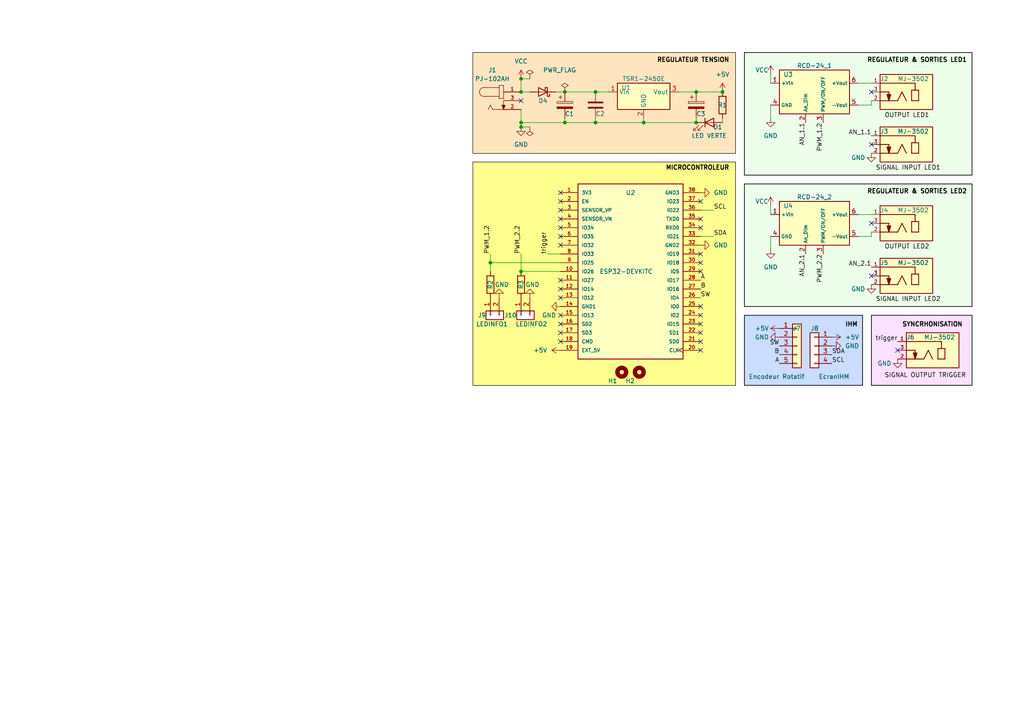
<source format=kicad_sch>
(kicad_sch (version 20230121) (generator eeschema)
  (paper "A4")
  (lib_symbols
    (symbol "Conn_01x02_1" (pin_names (offset 1.016) hide)
      (property "Reference" "J10" (at 0 1.27 90))
      (property "Value" "LEDINFO2" (at 2.54 -7.62 90))
      (symbol "Conn_01x02_1_1_1"
        (rectangle (start -1.27 -2.413) (end 0 -2.667) (stroke (width 0.1524)))
        (rectangle (start -1.27 0.127) (end 0 -0.127) (stroke (width 0.1524)))
        (rectangle (start -1.27 1.27) (end 1.27 -3.81) (stroke (width 0.254)) (fill (type color) (color 255 255 255 1)))
        (pin passive line (at -5.08 0 0) (length 3.81) (name "Pin_1") (number "1"))
        (pin passive line (at -5.08 -2.54 0) (length 3.81) (name "Pin_2") (number "2"))
      )
    )
    (symbol "Connector_Generic:Conn_01x02" (pin_names (offset 1.016) hide)
      (property "Reference" "J9" (at 0 1.27 90))
      (property "Value" "LEDINFO1" (at 2.54 -5.08 90))
      (symbol "Conn_01x02_1_1"
        (rectangle (start -1.27 -2.413) (end 0 -2.667) (stroke (width 0.1524)))
        (rectangle (start -1.27 0.127) (end 0 -0.127) (stroke (width 0.1524)))
        (rectangle (start -1.27 1.27) (end 1.27 -3.81) (stroke (width 0.254)) (fill (type color) (color 255 255 255 1)))
        (pin passive line (at -5.08 0 0) (length 3.81) (name "Pin_1") (number "1"))
        (pin passive line (at -5.08 -2.54 0) (length 3.81) (name "Pin_2") (number "2"))
      )
    )
    (symbol "Connector_Generic:Conn_01x04" (pin_names (offset 1.016) hide)
      (property "Reference" "J3" (at -1.27 5.08 0))
      (property "Value" "EcranIHM" (at -6.35 -8.89 0))
      (symbol "Conn_01x04_1_1"
        (rectangle (start -1.27 -4.953) (end 0 -5.207) (stroke (width 0.1524)))
        (rectangle (start -1.27 -2.413) (end 0 -2.667) (stroke (width 0.1524)))
        (rectangle (start -1.27 0.127) (end 0 -0.127) (stroke (width 0.1524)))
        (rectangle (start -1.27 2.667) (end 0 2.413) (stroke (width 0.1524)))
        (rectangle (start -1.27 3.81) (end 1.27 -6.35) (stroke (width 0.254)) (fill (type color) (color 255 255 255 1)))
        (pin passive line (at -5.08 2.54 0) (length 3.81) (name "Pin_1") (number "1"))
        (pin passive line (at -5.08 0 0) (length 3.81) (name "Pin_2") (number "2"))
        (pin passive line (at -5.08 -2.54 0) (length 3.81) (name "Pin_3") (number "3"))
        (pin passive line (at -5.08 -5.08 0) (length 3.81) (name "Pin_4") (number "4"))
      )
    )
    (symbol "Connector_Generic:Conn_01x05" (pin_names (offset 1.016) hide)
      (property "Reference" "J" (at 0 7.62 0))
      (property "Value" "Conn_01x05" (at 0 -7.62 0))
      (symbol "Conn_01x05_1_1"
        (rectangle (start -1.27 -4.953) (end 0 -5.207) (stroke (width 0.1524)))
        (rectangle (start -1.27 -2.413) (end 0 -2.667) (stroke (width 0.1524)))
        (rectangle (start -1.27 0.127) (end 0 -0.127) (stroke (width 0.1524)))
        (rectangle (start -1.27 2.667) (end 0 2.413) (stroke (width 0.1524)))
        (rectangle (start -1.27 5.207) (end 0 4.953) (stroke (width 0.1524)))
        (rectangle (start -1.27 6.35) (end 1.27 -6.35) (stroke (width 0.254)) (fill (type background)))
        (pin passive line (at -5.08 5.08 0) (length 3.81) (name "Pin_1") (number "1"))
        (pin passive line (at -5.08 2.54 0) (length 3.81) (name "Pin_2") (number "2"))
        (pin passive line (at -5.08 0 0) (length 3.81) (name "Pin_3") (number "3"))
        (pin passive line (at -5.08 -2.54 0) (length 3.81) (name "Pin_4") (number "4"))
        (pin passive line (at -5.08 -5.08 0) (length 3.81) (name "Pin_5") (number "5"))
      )
    )
    (symbol "Device:C" (pin_numbers hide) (pin_names (offset 0.254))
      (property "Reference" "C" (at 0.635 2.54 0))
      (property "Value" "C" (at 0.635 -2.54 0))
      (symbol "C_0_1"
        (polyline (pts (xy -2.032 -0.762) (xy 2.032 -0.762)) (stroke (width 0.508)))
        (polyline (pts (xy -2.032 0.762) (xy 2.032 0.762)) (stroke (width 0.508)))
      )
      (symbol "C_1_1"
        (pin passive line (at 0 3.81 270) (length 2.794) (name "~") (number "1"))
        (pin passive line (at 0 -3.81 90) (length 2.794) (name "~") (number "2"))
      )
    )
    (symbol "Device:C_Polarized" (pin_numbers hide) (pin_names (offset 0.254))
      (property "Reference" "C" (at 0.635 2.54 0))
      (property "Value" "C_Polarized" (at 0.635 -2.54 0))
      (symbol "C_Polarized_0_1"
        (rectangle (start -2.286 0.508) (end 2.286 1.016))
        (polyline (pts (xy -1.778 2.286) (xy -0.762 2.286)))
        (polyline (pts (xy -1.27 2.794) (xy -1.27 1.778)))
        (rectangle (start 2.286 -0.508) (end -2.286 -1.016) (fill (type outline)))
      )
      (symbol "C_Polarized_1_1"
        (pin passive line (at 0 3.81 270) (length 2.794) (name "~") (number "1"))
        (pin passive line (at 0 -3.81 90) (length 2.794) (name "~") (number "2"))
      )
    )
    (symbol "Device:D_Schottky" (pin_numbers hide) (pin_names (offset 1.016) hide)
      (property "Reference" "D" (at 0 2.54 0))
      (property "Value" "D_Schottky" (at 0 -2.54 0))
      (symbol "D_Schottky_0_1"
        (polyline (pts (xy 1.27 0) (xy -1.27 0)))
        (polyline (pts (xy 1.27 1.27) (xy 1.27 -1.27) (xy -1.27 0) (xy 1.27 1.27)) (stroke (width 0.254)))
        (polyline (pts (xy -1.905 0.635) (xy -1.905 1.27) (xy -1.27 1.27) (xy -1.27 -1.27) (xy -0.635 -1.27) (xy -0.635 -0.635)) (stroke (width 0.254)))
      )
      (symbol "D_Schottky_1_1"
        (pin passive line (at -3.81 0 0) (length 2.54) (name "K") (number "1"))
        (pin passive line (at 3.81 0 180) (length 2.54) (name "A") (number "2"))
      )
    )
    (symbol "Device:LED" (pin_numbers hide) (pin_names (offset 1.016) hide)
      (property "Reference" "D" (at 0 2.54 0))
      (property "Value" "LED" (at 0 -2.54 0))
      (symbol "LED_0_1"
        (polyline (pts (xy -1.27 -1.27) (xy -1.27 1.27)) (stroke (width 0.254)))
        (polyline (pts (xy -1.27 0) (xy 1.27 0)))
        (polyline (pts (xy 1.27 -1.27) (xy 1.27 1.27) (xy -1.27 0) (xy 1.27 -1.27)) (stroke (width 0.254)))
        (polyline (pts (xy -3.048 -0.762) (xy -4.572 -2.286) (xy -3.81 -2.286) (xy -4.572 -2.286) (xy -4.572 -1.524)))
        (polyline (pts (xy -1.778 -0.762) (xy -3.302 -2.286) (xy -2.54 -2.286) (xy -3.302 -2.286) (xy -3.302 -1.524)))
      )
      (symbol "LED_1_1"
        (pin passive line (at -3.81 0 0) (length 2.54) (name "K") (number "1"))
        (pin passive line (at 3.81 0 180) (length 2.54) (name "A") (number "2"))
      )
    )
    (symbol "Device:R" (pin_numbers hide) (pin_names (offset 0))
      (property "Reference" "R" (at 2.032 0 90))
      (property "Value" "R" (at 0 0 90))
      (symbol "R_0_1"
        (rectangle (start -1.016 -2.54) (end 1.016 2.54) (stroke (width 0.254)))
      )
      (symbol "R_1_1"
        (pin passive line (at 0 3.81 270) (length 1.27) (name "~") (number "1"))
        (pin passive line (at 0 -3.81 90) (length 1.27) (name "~") (number "2"))
      )
    )
    (symbol "ESP32-DEVKITC:ESP32-DEVKITC" (pin_names (offset 1.016))
      (property "Reference" "U" (at -15.2572 26.0643 0))
      (property "Value" "ESP32-DEVKITC" (at -15.2563 -27.9698 0))
      (symbol "ESP32-DEVKITC_0_0"
        (rectangle (start -15.24 -25.4) (end 15.24 25.4) (stroke (width 0.254)) (fill (type background)))
        (pin power_in line (at -20.32 22.86 0) (length 5.08) (name "3V3") (number "1"))
        (pin bidirectional line (at -20.32 0 0) (length 5.08) (name "IO26") (number "10"))
        (pin bidirectional line (at -20.32 -2.54 0) (length 5.08) (name "IO27") (number "11"))
        (pin bidirectional line (at -20.32 -5.08 0) (length 5.08) (name "IO14") (number "12"))
        (pin bidirectional line (at -20.32 -7.62 0) (length 5.08) (name "IO12") (number "13"))
        (pin power_in line (at -20.32 -10.16 0) (length 5.08) (name "GND1") (number "14"))
        (pin bidirectional line (at -20.32 -12.7 0) (length 5.08) (name "IO13") (number "15"))
        (pin bidirectional line (at -20.32 -15.24 0) (length 5.08) (name "SD2") (number "16"))
        (pin bidirectional line (at -20.32 -17.78 0) (length 5.08) (name "SD3") (number "17"))
        (pin bidirectional line (at -20.32 -20.32 0) (length 5.08) (name "CMD") (number "18"))
        (pin power_in line (at -20.32 -22.86 0) (length 5.08) (name "EXT_5V") (number "19"))
        (pin input line (at -20.32 20.32 0) (length 5.08) (name "EN") (number "2"))
        (pin input clock (at 20.32 -22.86 180) (length 5.08) (name "CLK") (number "20"))
        (pin bidirectional line (at 20.32 -20.32 180) (length 5.08) (name "SD0") (number "21"))
        (pin bidirectional line (at 20.32 -17.78 180) (length 5.08) (name "SD1") (number "22"))
        (pin bidirectional line (at 20.32 -15.24 180) (length 5.08) (name "IO15") (number "23"))
        (pin bidirectional line (at 20.32 -12.7 180) (length 5.08) (name "IO2") (number "24"))
        (pin bidirectional line (at 20.32 -10.16 180) (length 5.08) (name "IO0") (number "25"))
        (pin bidirectional line (at 20.32 -7.62 180) (length 5.08) (name "IO4") (number "26"))
        (pin bidirectional line (at 20.32 -5.08 180) (length 5.08) (name "IO16") (number "27"))
        (pin bidirectional line (at 20.32 -2.54 180) (length 5.08) (name "IO17") (number "28"))
        (pin bidirectional line (at 20.32 0 180) (length 5.08) (name "IO5") (number "29"))
        (pin input line (at -20.32 17.78 0) (length 5.08) (name "SENSOR_VP") (number "3"))
        (pin bidirectional line (at 20.32 2.54 180) (length 5.08) (name "IO18") (number "30"))
        (pin bidirectional line (at 20.32 5.08 180) (length 5.08) (name "IO19") (number "31"))
        (pin power_in line (at 20.32 7.62 180) (length 5.08) (name "GND2") (number "32"))
        (pin bidirectional line (at 20.32 10.16 180) (length 5.08) (name "IO21") (number "33"))
        (pin input line (at 20.32 12.7 180) (length 5.08) (name "RXD0") (number "34"))
        (pin output line (at 20.32 15.24 180) (length 5.08) (name "TXD0") (number "35"))
        (pin bidirectional line (at 20.32 17.78 180) (length 5.08) (name "IO22") (number "36"))
        (pin bidirectional line (at 20.32 20.32 180) (length 5.08) (name "IO23") (number "37"))
        (pin power_in line (at 20.32 22.86 180) (length 5.08) (name "GND3") (number "38"))
        (pin input line (at -20.32 15.24 0) (length 5.08) (name "SENSOR_VN") (number "4"))
        (pin bidirectional line (at -20.32 12.7 0) (length 5.08) (name "IO34") (number "5"))
        (pin bidirectional line (at -20.32 10.16 0) (length 5.08) (name "IO35") (number "6"))
        (pin bidirectional line (at -20.32 7.62 0) (length 5.08) (name "IO32") (number "7"))
        (pin bidirectional line (at -20.32 5.08 0) (length 5.08) (name "IO33") (number "8"))
        (pin bidirectional line (at -20.32 2.54 0) (length 5.08) (name "IO25") (number "9"))
      )
    )
    (symbol "MJ-3502:MJ-3502" (pin_names (offset 1.016))
      (property "Reference" "J" (at -7.6302 5.8498 0))
      (property "Value" "MJ-3502" (at -7.6278 -7.6278 0))
      (symbol "MJ-3502_0_0"
        (rectangle (start -7.62 -5.08) (end 7.62 5.08) (stroke (width 0.254)) (fill (type background)))
        (polyline (pts (xy -3.556 -2.54) (xy -1.524 -2.54)) (stroke (width 0.254)))
        (polyline (pts (xy -3.556 0.508) (xy -3.556 -2.54)) (stroke (width 0.254)))
        (polyline (pts (xy -2.54 0.508) (xy -3.556 0.508)) (stroke (width 0.254)))
        (polyline (pts (xy -2.54 0.508) (xy -2.54 2.54)) (stroke (width 0.254)))
        (polyline (pts (xy -2.54 2.54) (xy 7.62 2.54)) (stroke (width 0.254)))
        (polyline (pts (xy -1.524 -2.54) (xy -1.524 0.508)) (stroke (width 0.254)))
        (polyline (pts (xy -1.524 0.508) (xy -2.54 0.508)) (stroke (width 0.254)))
        (polyline (pts (xy 0 -2.54) (xy 1.27 0)) (stroke (width 0.254)))
        (polyline (pts (xy 1.27 0) (xy 2.54 -2.54)) (stroke (width 0.254)))
        (polyline (pts (xy 2.54 -2.54) (xy 5.08 -2.54)) (stroke (width 0.254)))
        (polyline (pts (xy 4.572 -0.762) (xy 5.08 -2.54)) (stroke (width 0.254)))
        (polyline (pts (xy 5.08 -2.54) (xy 5.588 -0.762)) (stroke (width 0.254)))
        (polyline (pts (xy 5.08 -2.54) (xy 7.62 -2.54)) (stroke (width 0.254)))
        (polyline (pts (xy 5.08 -0.762) (xy 4.572 -0.762)) (stroke (width 0.254)))
        (polyline (pts (xy 5.08 0) (xy 5.08 -0.762)) (stroke (width 0.254)))
        (polyline (pts (xy 5.588 -0.762) (xy 5.08 -0.762)) (stroke (width 0.254)))
        (polyline (pts (xy 7.62 0) (xy 5.08 0)) (stroke (width 0.254)))
        (polyline (pts (xy 5.588 -0.762) (xy 4.572 -0.762) (xy 5.08 -2.54) (xy 5.588 -0.762)) (stroke (width 0.254)) (fill (type outline)))
        (pin passive line (at 10.16 2.54 180) (length 2.54) (name "~") (number "1"))
        (pin passive line (at 10.16 -2.54 180) (length 2.54) (name "~") (number "2"))
        (pin passive line (at 10.16 0 180) (length 2.54) (name "~") (number "3"))
      )
    )
    (symbol "Mechanical:MountingHole" (pin_names (offset 1.016))
      (property "Reference" "H" (at 0 5.08 0))
      (property "Value" "MountingHole" (at 0 3.175 0))
      (symbol "MountingHole_0_1"
        (circle (center 0 0) (radius 1.27) (stroke (width 1.27)))
      )
    )
    (symbol "PJ-102AH:PJ-102AH" (pin_names (offset 1.016))
      (property "Reference" "J" (at -7.6258 5.0838 0))
      (property "Value" "PJ-102AH" (at -7.6296 -5.0864 0))
      (symbol "PJ-102AH_0_0"
        (arc (start -5.715 3.81) (mid -6.9795 2.54) (end -5.715 1.27) (stroke (width 0.1524)))
        (polyline (pts (xy -5.715 3.81) (xy -1.27 3.81)) (stroke (width 0.1524)))
        (polyline (pts (xy -3.81 -1.27) (xy -4.445 -2.54)) (stroke (width 0.1524)))
        (polyline (pts (xy -3.175 -2.54) (xy -3.81 -1.27)) (stroke (width 0.1524)))
        (polyline (pts (xy -1.27 0.635) (xy 0 0.635)) (stroke (width 0.1524)))
        (polyline (pts (xy -1.27 1.27) (xy -5.715 1.27)) (stroke (width 0.1524)))
        (polyline (pts (xy -1.27 1.27) (xy -1.27 0.635)) (stroke (width 0.1524)))
        (polyline (pts (xy -1.27 3.81) (xy -1.27 1.27)) (stroke (width 0.1524)))
        (polyline (pts (xy -1.27 4.445) (xy -1.27 3.81)) (stroke (width 0.1524)))
        (polyline (pts (xy 0 -2.54) (xy -3.175 -2.54)) (stroke (width 0.1524)))
        (polyline (pts (xy 0 0) (xy 0 -2.54)) (stroke (width 0.1524)))
        (polyline (pts (xy 0 0.635) (xy 0 4.445)) (stroke (width 0.1524)))
        (polyline (pts (xy 0 4.445) (xy -1.27 4.445)) (stroke (width 0.1524)))
        (polyline (pts (xy 0 -2.54) (xy -0.508 -1.27) (xy 0.508 -1.27) (xy 0 -2.54)) (stroke (width 0.1524)) (fill (type outline)))
        (pin passive line (at 5.08 2.54 180) (length 5.08) (name "~") (number "1"))
        (pin passive line (at 5.08 -2.54 180) (length 5.08) (name "~") (number "2"))
        (pin passive line (at 5.08 0 180) (length 5.08) (name "~") (number "3"))
      )
    )
    (symbol "RCD-24:RCD-24_1"
      (property "Reference" "U3" (at 0 10.16 0))
      (property "Value" "RCD-24" (at 0 7.62 0))
      (symbol "RCD-24_1_1_1"
        (rectangle (start -10.16 5.08) (end 10.16 -7.62) (stroke (width 0.254)) (fill (type background)))
        (pin power_in line (at -12.7 1.27 0) (length 2.54) (name "+Vin") (number "1"))
        (pin passive line (at -2.54 -10.16 90) (length 2.54) (name "An_Dim") (number "2"))
        (pin passive line (at 2.54 -10.16 90) (length 2.54) (name "PWM/ON/OFF") (number "3"))
        (pin power_in line (at -12.7 -5.08 0) (length 2.54) (name "GND") (number "4"))
        (pin power_out line (at 12.7 -5.08 180) (length 2.54) (name "-Vout") (number "5"))
        (pin power_out line (at 12.7 1.27 180) (length 2.54) (name "+Vout") (number "6"))
      )
    )
    (symbol "Regulator_Switching:TSR1-2450E"
      (property "Reference" "U" (at -7.62 6.35 0))
      (property "Value" "TSR1-2450E" (at -3.81 6.35 0))
      (symbol "TSR1-2450E_0_1"
        (rectangle (start -7.62 5.08) (end 7.62 -2.54) (stroke (width 0.254)) (fill (type background)))
      )
      (symbol "TSR1-2450E_1_1"
        (pin power_in line (at -10.16 2.54 0) (length 2.54) (name "Vin") (number "1"))
        (pin power_in line (at 0 -5.08 90) (length 2.54) (name "GND") (number "2"))
        (pin power_out line (at 10.16 2.54 180) (length 2.54) (name "Vout") (number "3"))
      )
    )
    (symbol "power:+5V" (power) (pin_names (offset 0))
      (property "Value" "+5V" (at 0 3.556 0))
      (symbol "+5V_0_1"
        (polyline (pts (xy -0.762 1.27) (xy 0 2.54)))
        (polyline (pts (xy 0 0) (xy 0 2.54)))
        (polyline (pts (xy 0 2.54) (xy 0.762 1.27)))
      )
      (symbol "+5V_1_1"
        (pin power_in line (at 0 0 90) (length 0) hide (name "+5V") (number "1"))
      )
    )
    (symbol "power:GND" (power) (pin_names (offset 0))
      (property "Value" "GND" (at 0 -3.81 0))
      (symbol "GND_0_1"
        (polyline (pts (xy 0 0) (xy 0 -1.27) (xy 1.27 -1.27) (xy 0 -2.54) (xy -1.27 -1.27) (xy 0 -1.27)))
      )
      (symbol "GND_1_1"
        (pin power_in line (at 0 0 270) (length 0) hide (name "GND") (number "1"))
      )
    )
    (symbol "power:PWR_FLAG" (power) (pin_numbers hide) (pin_names (offset 0) hide)
      (property "Value" "PWR_FLAG" (at 0 3.81 0))
      (symbol "PWR_FLAG_0_0"
        (pin power_out line (at 0 0 90) (length 0) (name "pwr") (number "1"))
      )
      (symbol "PWR_FLAG_0_1"
        (polyline (pts (xy 0 0) (xy 0 1.27) (xy -1.016 1.905) (xy 0 2.54) (xy 1.016 1.905) (xy 0 1.27)))
      )
    )
    (symbol "power:VCC" (power) (pin_names (offset 0))
      (property "Value" "VCC" (at 0 3.81 0))
      (symbol "VCC_0_1"
        (polyline (pts (xy -0.762 1.27) (xy 0 2.54)))
        (polyline (pts (xy 0 0) (xy 0 2.54)))
        (polyline (pts (xy 0 2.54) (xy 0.762 1.27)))
      )
      (symbol "VCC_1_1"
        (pin power_in line (at 0 0 90) (length 0) hide (name "VCC") (number "1"))
      )
    )
  )
  (junction (at 151.13 78.74))
  (junction (at 151.13 22.86))
  (junction (at 163.83 26.67))
  (junction (at 172.72 35.56))
  (junction (at 201.93 35.56))
  (junction (at 142.24 76.2))
  (junction (at 151.13 26.67))
  (junction (at 186.69 35.56))
  (junction (at 209.55 26.67))
  (junction (at 201.93 26.67))
  (junction (at 172.72 26.67))
  (junction (at 163.83 35.56))
  (junction (at 151.13 35.56))
  (junction (at 151.13 36.83))
  (no_connect (at 162.56 93.98))
  (no_connect (at 162.56 99.06))
  (no_connect (at 162.56 66.04))
  (no_connect (at 162.56 81.28))
  (no_connect (at 252.73 80.01))
  (no_connect (at 162.56 60.96))
  (no_connect (at 162.56 96.52))
  (no_connect (at 203.2 78.74))
  (no_connect (at 203.2 66.04))
  (no_connect (at 162.56 83.82))
  (no_connect (at 162.56 71.12))
  (no_connect (at 162.56 63.5))
  (no_connect (at 162.56 55.88))
  (no_connect (at 203.2 63.5))
  (no_connect (at 252.73 26.67))
  (no_connect (at 203.2 73.66))
  (no_connect (at 162.56 58.42))
  (no_connect (at 203.2 88.9))
  (no_connect (at 203.2 101.6))
  (no_connect (at 203.2 96.52))
  (no_connect (at 203.2 99.06))
  (no_connect (at 203.2 91.44))
  (no_connect (at 162.56 91.44))
  (no_connect (at 252.73 64.77))
  (no_connect (at 203.2 76.2))
  (no_connect (at 203.2 93.98))
  (no_connect (at 260.35 101.6))
  (no_connect (at 151.13 29.21))
  (no_connect (at 162.56 68.58))
  (no_connect (at 162.56 86.36))
  (no_connect (at 252.73 41.91))
  (no_connect (at 203.2 58.42))
  (wire (pts (xy 223.52 68.58) (xy 223.52 72.39)))
  (wire (pts (xy 172.72 26.67) (xy 176.53 26.67)))
  (wire (pts (xy 186.69 34.29) (xy 186.69 35.56)))
  (wire (pts (xy 151.13 22.86) (xy 151.13 26.67)))
  (wire (pts (xy 196.85 26.67) (xy 201.93 26.67)))
  (wire (pts (xy 161.29 26.67) (xy 163.83 26.67)))
  (wire (pts (xy 172.72 34.29) (xy 172.72 35.56)))
  (wire (pts (xy 151.13 22.86) (xy 153.67 22.86)))
  (wire (pts (xy 142.24 76.2) (xy 142.24 78.74)))
  (wire (pts (xy 158.75 73.66) (xy 162.56 73.66)))
  (wire (pts (xy 248.92 68.58) (xy 252.73 68.58)))
  (wire (pts (xy 252.73 68.58) (xy 252.73 67.31)))
  (wire (pts (xy 252.73 29.21) (xy 252.73 30.48)))
  (wire (pts (xy 223.52 59.69) (xy 223.52 62.23)))
  (wire (pts (xy 163.83 34.29) (xy 163.83 35.56)))
  (wire (pts (xy 151.13 78.74) (xy 162.56 78.74)))
  (wire (pts (xy 142.24 76.2) (xy 162.56 76.2)))
  (wire (pts (xy 151.13 35.56) (xy 163.83 35.56)))
  (wire (pts (xy 163.83 35.56) (xy 172.72 35.56)))
  (wire (pts (xy 223.52 21.59) (xy 223.52 24.13)))
  (wire (pts (xy 153.67 26.67) (xy 151.13 26.67)))
  (wire (pts (xy 151.13 35.56) (xy 151.13 36.83)))
  (wire (pts (xy 248.92 24.13) (xy 252.73 24.13)))
  (wire (pts (xy 201.93 26.67) (xy 209.55 26.67)))
  (wire (pts (xy 186.69 35.56) (xy 201.93 35.56)))
  (wire (pts (xy 142.24 73.66) (xy 142.24 76.2)))
  (wire (pts (xy 163.83 26.67) (xy 172.72 26.67)))
  (wire (pts (xy 172.72 35.56) (xy 186.69 35.56)))
  (wire (pts (xy 207.01 60.96) (xy 203.2 60.96)))
  (wire (pts (xy 151.13 73.66) (xy 151.13 78.74)))
  (wire (pts (xy 209.55 34.29) (xy 209.55 35.56)))
  (wire (pts (xy 223.52 30.48) (xy 223.52 34.29)))
  (wire (pts (xy 252.73 30.48) (xy 248.92 30.48)))
  (wire (pts (xy 207.01 68.58) (xy 203.2 68.58)))
  (wire (pts (xy 201.93 34.29) (xy 201.93 35.56)))
  (wire (pts (xy 151.13 36.83) (xy 153.67 36.83)))
  (wire (pts (xy 151.13 31.75) (xy 151.13 35.56)))
  (wire (pts (xy 248.92 62.23) (xy 252.73 62.23)))
  (rectangle (start 215.9 91.44) (end 250.19 111.76) (stroke (width 0.2) (color 0 0 0 1)) (fill (type color) (color 105 158 255 0.35)))
  (rectangle (start 137.16 46.99) (end 213.36 111.76) (stroke (width 0) (color 0 0 0 1)) (fill (type color) (color 255 255 143 1)))
  (rectangle (start 215.9 53.34) (end 281.94 88.9) (stroke (width 0.2) (color 0 0 0 1)) (fill (type color) (color 179 255 173 0.24)))
  (rectangle (start 252.73 91.44) (end 281.94 111.76) (stroke (width 0.2) (color 0 0 0 1)) (fill (type color) (color 231 129 255 0.24)))
  (rectangle (start 215.9 15.24) (end 281.94 50.8) (stroke (width 0.2) (color 0 0 0 1)) (fill (type color) (color 179 255 173 0.24)))
  (rectangle (start 137.16 15.24) (end 213.36 44.45) (stroke (width 0) (color 0 0 0 1)) (fill (type color) (color 255 229 191 1)))
  (text "SIGNAL INPUT LED1" (at 254 49.53 0) (effects (font (size 1.27 1.27)) (justify left bottom)))
  (text "OUTPUT LED2" (at 256.54 72.39 0) (effects (font (size 1.27 1.27)) (justify left bottom)))
  (text "SIGNAL OUTPUT TRIGGER\n\n" (at 256.54 111.76 0) (effects (font (size 1.27 1.27)) (justify left bottom)))
  (text "SIGNAL INPUT LED2\n" (at 254 87.63 0) (effects (font (size 1.27 1.27)) (justify left bottom)))
  (text "REGULATEUR TENSION\n\n" (at 190.5 20.32 0) (effects (font (size 1.27 1.27) (thickness 0.254) bold) (justify left bottom)))
  (text "MICROCONTROLEUR\n" (at 193.04 49.53 0) (effects (font (size 1.27 1.27) (thickness 0.254) bold) (justify left bottom)))
  (text "SYNCRHONISATION\n\n\n" (at 261.62 99.06 0) (effects (font (size 1.27 1.27) (thickness 0.254) bold) (justify left bottom)))
  (text "OUTPUT LED1" (at 256.54 34.29 0) (effects (font (size 1.27 1.27)) (justify left bottom)))
  (text "IHM\n\n\n" (at 245.11 99.06 0) (effects (font (size 1.27 1.27) (thickness 0.254) bold) (justify left bottom)))
  (text "REGULATEUR & SORTIES LED2\n\n" (at 251.46 58.42 0) (effects (font (size 1.27 1.27) (thickness 0.254) bold) (justify left bottom)))
  (text "REGULATEUR & SORTIES LED1\n\n" (at 251.46 20.32 0) (effects (font (size 1.27 1.27) (thickness 0.254) bold) (justify left bottom)))
  (label "B" (at 203.2 83.82 0))
  (label "trigger" (at 260.35 99.06 180))
  (label "PWM_2.2" (at 238.76 73.66 270))
  (label "PWM_2.2" (at 151.13 73.66 90))
  (label "AN_2.1" (at 233.68 73.66 270))
  (label "PWM_1.2" (at 238.76 35.56 270))
  (label "SDA" (at 241.3 102.87 0))
  (label "AN_2.1" (at 252.73 77.47 180))
  (label "PWM_1.2" (at 142.24 73.66 90))
  (label "B" (at 226.06 102.87 180))
  (label "SCL" (at 207.01 60.96 0))
  (label "SCL" (at 241.3 105.41 0))
  (label "A" (at 226.06 105.41 180))
  (label "SDA" (at 207.01 68.58 0))
  (label "SW" (at 203.2 86.36 0))
  (label "A" (at 203.2 81.28 0))
  (label "AN_1.1" (at 233.68 35.56 270))
  (label "trigger" (at 158.75 73.66 90))
  (label "AN_1.1" (at 252.73 39.37 180))
  (label "SW" (at 226.06 100.33 180))
  (symbol (lib_id "power:GND") (at 223.52 34.29 0) (unit 1)
    (property "Reference" "#PWR02" (effects hide))
    (property "Value" "GND" (at 223.52 39.37 0))
  )
  (symbol (lib_id "Mechanical:MountingHole") (at 180.34 107.95 90) (mirror x) (unit 1)
    (property "Reference" "H1" (at 179.07 110.49 90) (effects (justify left)))
    (property "Value" "MountingHole" (effects hide))
    (property "Footprint" "MountingHole:MountingHole_3.2mm_M3" (effects hide))
  )
  (symbol (lib_id "Connector_Generic:Conn_01x05") (at 231.14 100.33 0) (unit 1)
    (property "Reference" "J7" (at 229.87 95.25 0) (effects (justify left)))
    (property "Value" "Encodeur Rotatif" (at 217.17 109.22 0) (effects (justify left)))
    (property "Footprint" "Connector_JST:JST_XH_B5B-XH-A_1x05_P2.50mm_Vertical" (effects hide))
  )
  (symbol (lib_id "power:PWR_FLAG") (at 153.67 36.83 180) (unit 1)
    (property "Reference" "#FLG05" (effects hide))
    (property "Value" "PWR_FLAG" (effects hide))
  )
  (symbol (lib_id "power:PWR_FLAG") (at 163.83 26.67 0) (unit 1)
    (property "Reference" "#FLG02" (effects hide))
    (property "Value" "PWR_FLAG" (effects hide))
  )
  (symbol (lib_id "power:GND") (at 260.35 104.14 0) (unit 1)
    (property "Reference" "#PWR011" (effects hide))
    (property "Value" "GND" (at 256.54 105.41 0))
  )
  (symbol (lib_id "power:GND") (at 203.2 71.12 90) (unit 1)
    (property "Reference" "#PWR08" (effects hide))
    (property "Value" "GND" (at 207.01 71.12 90) (effects (justify right)))
  )
  (symbol (lib_id "Device:C") (at 172.72 30.48 0) (unit 1)
    (property "Reference" "C2" (at 172.72 33.02 0) (effects (justify left)))
    (property "Value" "100n" (effects hide))
    (property "Footprint" "Capacitor_THT:C_Rect_L7.0mm_W2.5mm_P5.00mm" (effects hide))
  )
  (symbol (lib_id "MJ-3502:MJ-3502") (at 262.89 26.67 0) (mirror y) (unit 1)
    (property "Reference" "J2" (at 255.27 22.86 0) (effects (justify right)))
    (property "Value" "MJ-3502" (at 260.35 22.86 0) (effects (justify right)))
    (property "Footprint" "DRIVER_LED:CUI_MJ-3502" (effects hide))
    (property "MF" "Same Sky" (effects hide))
    (property "Description" "\n                        \n                            3.5 mm, Mono, Right Angle, Through Hole, Threaded Bushing, 2 Conductors, 1 Internal Switch, Audio Jack Connector\n                        \n" (effects hide))
    (property "Package" "None" (effects hide))
    (property "Price" "None" (effects hide))
    (property "Check_prices" "https://www.snapeda.com/parts/MJ-3502/Same+Sky/view-part/?ref=eda" (effects hide))
    (property "PART_REV" "A" (effects hide))
    (property "STANDARD" "MANUFACTURER RECOMMENDATIONS" (effects hide))
    (property "SnapEDA_Link" "https://www.snapeda.com/parts/MJ-3502/Same+Sky/view-part/?ref=snap" (effects hide))
    (property "MP" "MJ-3502" (effects hide))
    (property "Availability" "In Stock" (effects hide))
    (property "MANUFACTURER" "CUI INC" (effects hide))
  )
  (symbol (lib_id "power:GND") (at 153.67 86.36 180) (unit 1)
    (property "Reference" "#PWR012" (effects hide))
    (property "Value" "GND" (at 152.4 82.55 0) (effects (justify right)))
  )
  (symbol (lib_id "MJ-3502:MJ-3502") (at 262.89 41.91 0) (mirror y) (unit 1)
    (property "Reference" "J3" (at 255.27 38.1 0) (effects (justify right)))
    (property "Value" "MJ-3502" (at 260.35 38.1 0) (effects (justify right)))
    (property "Footprint" "DRIVER_LED:CUI_MJ-3502" (effects hide))
    (property "MF" "Same Sky" (effects hide))
    (property "Description" "\n                        \n                            3.5 mm, Mono, Right Angle, Through Hole, Threaded Bushing, 2 Conductors, 1 Internal Switch, Audio Jack Connector\n                        \n" (effects hide))
    (property "Package" "None" (effects hide))
    (property "Price" "None" (effects hide))
    (property "Check_prices" "https://www.snapeda.com/parts/MJ-3502/Same+Sky/view-part/?ref=eda" (effects hide))
    (property "PART_REV" "A" (effects hide))
    (property "STANDARD" "MANUFACTURER RECOMMENDATIONS" (effects hide))
    (property "SnapEDA_Link" "https://www.snapeda.com/parts/MJ-3502/Same+Sky/view-part/?ref=snap" (effects hide))
    (property "MP" "MJ-3502" (effects hide))
    (property "Availability" "In Stock" (effects hide))
    (property "MANUFACTURER" "CUI INC" (effects hide))
  )
  (symbol (lib_id "MJ-3502:MJ-3502") (at 262.89 80.01 0) (mirror y) (unit 1)
    (property "Reference" "J5" (at 255.27 76.2 0) (effects (justify right)))
    (property "Value" "MJ-3502" (at 260.35 76.2 0) (effects (justify right)))
    (property "Footprint" "DRIVER_LED:CUI_MJ-3502" (effects hide))
    (property "MF" "Same Sky" (effects hide))
    (property "Description" "\n                        \n                            3.5 mm, Mono, Right Angle, Through Hole, Threaded Bushing, 2 Conductors, 1 Internal Switch, Audio Jack Connector\n                        \n" (effects hide))
    (property "Package" "None" (effects hide))
    (property "Price" "None" (effects hide))
    (property "Check_prices" "https://www.snapeda.com/parts/MJ-3502/Same+Sky/view-part/?ref=eda" (effects hide))
    (property "PART_REV" "A" (effects hide))
    (property "STANDARD" "MANUFACTURER RECOMMENDATIONS" (effects hide))
    (property "SnapEDA_Link" "https://www.snapeda.com/parts/MJ-3502/Same+Sky/view-part/?ref=snap" (effects hide))
    (property "MP" "MJ-3502" (effects hide))
    (property "Availability" "In Stock" (effects hide))
    (property "MANUFACTURER" "CUI INC" (effects hide))
  )
  (symbol (lib_id "power:+5V") (at 209.55 26.67 0) (unit 1)
    (property "Reference" "#PWR04" (effects hide))
    (property "Value" "+5V" (at 209.55 21.59 0))
  )
  (symbol (lib_id "Regulator_Switching:TSR1-2450E") (at 186.69 29.21 0) (unit 1)
    (property "Reference" "U1" (at 181.61 25.4 0))
    (property "Value" "TSR1-2450E" (at 186.69 22.86 0))
    (property "Footprint" "DRIVER_LED:TSR_2-2450" (effects hide))
    (property "Datasheet" "https://www.tracopower.com/products/tsr1e.pdf" (effects hide))
  )
  (symbol (lib_id "Mechanical:MountingHole") (at 185.42 107.95 90) (mirror x) (unit 1)
    (property "Reference" "H2" (at 184.15 110.49 90) (effects (justify left)))
    (property "Value" "MountingHole" (effects hide))
    (property "Footprint" "MountingHole:MountingHole_3.2mm_M3" (effects hide))
  )
  (symbol (lib_id "power:PWR_FLAG") (at 153.67 22.86 0) (unit 1)
    (property "Reference" "#FLG01" (effects hide))
    (property "Value" "PWR_FLAG" (at 157.48 20.32 0) (effects (justify left)))
  )
  (symbol (lib_id "Device:C_Polarized") (at 163.83 30.48 0) (unit 1)
    (property "Reference" "C1" (at 163.83 33.02 0) (effects (justify left)))
    (property "Value" "10u" (effects hide))
    (property "Footprint" "Capacitor_THT:CP_Axial_L10.0mm_D6.0mm_P15.00mm_Horizontal" (effects hide))
  )
  (symbol (lib_id "Device:D_Schottky") (at 157.48 26.67 180) (unit 1)
    (property "Reference" "D4" (at 157.48 29.21 0))
    (property "Value" "D_Schottky" (effects hide))
    (property "Footprint" "Diode_THT:D_DO-41_SOD81_P10.16mm_Horizontal" (effects hide))
  )
  (symbol (lib_name "Conn_01x02_1") (lib_id "Connector_Generic:Conn_01x02") (at 151.13 91.44 90) (mirror x) (unit 1)
    (property "Reference" "J10" (at 149.86 91.44 90) (effects (justify left)))
    (property "Value" "LEDINFO2" (at 158.75 93.98 90) (effects (justify left)))
    (property "Footprint" "Connector_JST:JST_XH_B2B-XH-A_1x02_P2.50mm_Vertical" (effects hide))
  )
  (symbol (lib_id "PJ-102AH:PJ-102AH") (at 146.05 29.21 0) (unit 1)
    (property "Reference" "J1" (at 142.8142 20.32 0))
    (property "Value" "PJ-102AH" (at 142.8142 22.86 0))
    (property "Footprint" "DRIVER_LED:CUI_PJ-102AH" (effects hide))
    (property "MF" "Same Sky" (effects hide))
    (property "Purchase-URL" "https://pricing.snapeda.com/search/part/PJ-102AH/?ref=eda" (effects hide))
    (property "Package" "None" (effects hide))
    (property "Price" "None" (effects hide))
    (property "Check_prices" "https://www.snapeda.com/parts/PJ-102AH/Same+Sky/view-part/?ref=eda" (effects hide))
    (property "CUI_purchase_URL" "https://www.cuidevices.com/product/interconnect/connectors/dc-power-connectors/jacks/pj-102ah?utm_source=snapeda.com&utm_medium=referral&utm_campaign=snapedaBOM" (effects hide))
    (property "SnapEDA_Link" "https://www.snapeda.com/parts/PJ-102AH/Same+Sky/view-part/?ref=snap" (effects hide))
    (property "MP" "PJ-102AH" (effects hide))
    (property "Availability" "In Stock" (effects hide))
    (property "Description" "\n                        \n                            2.0 x 6.5 mm, 5.0 A, Horizontal, Through Hole, Tapered Pins, Dc Power Jack Connector\n                        \n" (effects hide))
  )
  (symbol (lib_id "power:+5V") (at 241.3 97.79 270) (unit 1)
    (property "Reference" "#PWR013" (effects hide))
    (property "Value" "+5V" (at 245.11 97.79 90) (effects (justify left)))
  )
  (symbol (lib_id "MJ-3502:MJ-3502") (at 262.89 64.77 0) (mirror y) (unit 1)
    (property "Reference" "J4" (at 255.27 60.96 0) (effects (justify right)))
    (property "Value" "MJ-3502" (at 260.35 60.96 0) (effects (justify right)))
    (property "Footprint" "DRIVER_LED:CUI_MJ-3502" (effects hide))
    (property "MF" "Same Sky" (effects hide))
    (property "Description" "\n                        \n                            3.5 mm, Mono, Right Angle, Through Hole, Threaded Bushing, 2 Conductors, 1 Internal Switch, Audio Jack Connector\n                        \n" (effects hide))
    (property "Package" "None" (effects hide))
    (property "Price" "None" (effects hide))
    (property "Check_prices" "https://www.snapeda.com/parts/MJ-3502/Same+Sky/view-part/?ref=eda" (effects hide))
    (property "PART_REV" "A" (effects hide))
    (property "STANDARD" "MANUFACTURER RECOMMENDATIONS" (effects hide))
    (property "SnapEDA_Link" "https://www.snapeda.com/parts/MJ-3502/Same+Sky/view-part/?ref=snap" (effects hide))
    (property "MP" "MJ-3502" (effects hide))
    (property "Availability" "In Stock" (effects hide))
    (property "MANUFACTURER" "CUI INC" (effects hide))
  )
  (symbol (lib_id "power:VCC") (at 223.52 59.69 0) (unit 1)
    (property "Reference" "#PWR09" (effects hide))
    (property "Value" "VCC" (at 220.98 58.42 0))
  )
  (symbol (lib_id "power:+5V") (at 226.06 95.25 90) (unit 1)
    (property "Reference" "#PWR017" (effects hide))
    (property "Value" "+5V" (at 220.98 95.25 90))
  )
  (symbol (lib_id "power:GND") (at 241.3 100.33 90) (unit 1)
    (property "Reference" "#PWR014" (effects hide))
    (property "Value" "GND" (at 245.11 100.33 90) (effects (justify right)))
  )
  (symbol (lib_id "power:GND") (at 252.73 44.45 0) (unit 1)
    (property "Reference" "#PWR020" (effects hide))
    (property "Value" "GND" (at 248.92 45.72 0))
  )
  (symbol (lib_id "power:GND") (at 151.13 36.83 0) (unit 1)
    (property "Reference" "#PWR03" (effects hide))
    (property "Value" "GND" (at 151.13 41.91 0))
  )
  (symbol (lib_id "power:GND") (at 144.78 86.36 180) (unit 1)
    (property "Reference" "#PWR018" (effects hide))
    (property "Value" "GND" (at 143.51 82.55 0) (effects (justify right)))
  )
  (symbol (lib_id "Device:R") (at 151.13 82.55 0) (unit 1)
    (property "Reference" "R3" (at 151.13 82.55 90))
    (property "Value" "R" (effects hide))
    (property "Footprint" "Resistor_THT:R_Axial_DIN0207_L6.3mm_D2.5mm_P10.16mm_Horizontal" (effects hide))
  )
  (symbol (lib_id "power:VCC") (at 223.52 21.59 0) (unit 1)
    (property "Reference" "#PWR016" (effects hide))
    (property "Value" "VCC" (at 220.98 20.32 0))
  )
  (symbol (lib_id "Device:R") (at 209.55 30.48 0) (unit 1)
    (property "Reference" "R1" (at 209.55 30.48 0))
    (property "Value" "R" (effects hide))
    (property "Footprint" "Resistor_THT:R_Axial_DIN0207_L6.3mm_D2.5mm_P7.62mm_Horizontal" (effects hide))
  )
  (symbol (lib_id "power:GND") (at 162.56 88.9 270) (unit 1)
    (property "Reference" "#PWR05" (effects hide))
    (property "Value" "GND" (at 161.29 91.44 90) (effects (justify right)))
  )
  (symbol (lib_id "power:GND") (at 203.2 55.88 90) (unit 1)
    (property "Reference" "#PWR07" (effects hide))
    (property "Value" "GND" (at 207.01 55.88 90) (effects (justify right)))
  )
  (symbol (lib_id "Device:C_Polarized") (at 201.93 30.48 0) (unit 1)
    (property "Reference" "C3" (at 201.93 33.02 0) (effects (justify left)))
    (property "Value" "100u" (effects hide))
    (property "Footprint" "Capacitor_THT:CP_Axial_L10.0mm_D6.0mm_P15.00mm_Horizontal" (effects hide))
  )
  (symbol (lib_id "Device:R") (at 142.24 82.55 0) (unit 1)
    (property "Reference" "R2" (at 142.24 82.55 90))
    (property "Value" "R" (effects hide))
    (property "Footprint" "Resistor_THT:R_Axial_DIN0207_L6.3mm_D2.5mm_P10.16mm_Horizontal" (effects hide))
  )
  (symbol (lib_id "MJ-3502:MJ-3502") (at 270.51 101.6 0) (mirror y) (unit 1)
    (property "Reference" "J6" (at 262.89 97.79 0) (effects (justify right)))
    (property "Value" "MJ-3502" (at 267.97 97.79 0) (effects (justify right)))
    (property "Footprint" "DRIVER_LED:CUI_MJ-3502" (effects hide))
    (property "MF" "Same Sky" (effects hide))
    (property "Description" "\n                        \n                            3.5 mm, Mono, Right Angle, Through Hole, Threaded Bushing, 2 Conductors, 1 Internal Switch, Audio Jack Connector\n                        \n" (effects hide))
    (property "Package" "None" (effects hide))
    (property "Price" "None" (effects hide))
    (property "Check_prices" "https://www.snapeda.com/parts/MJ-3502/Same+Sky/view-part/?ref=eda" (effects hide))
    (property "PART_REV" "A" (effects hide))
    (property "STANDARD" "MANUFACTURER RECOMMENDATIONS" (effects hide))
    (property "SnapEDA_Link" "https://www.snapeda.com/parts/MJ-3502/Same+Sky/view-part/?ref=snap" (effects hide))
    (property "MP" "MJ-3502" (effects hide))
    (property "Availability" "In Stock" (effects hide))
    (property "MANUFACTURER" "CUI INC" (effects hide))
  )
  (symbol (lib_id "power:+5V") (at 162.56 101.6 90) (unit 1)
    (property "Reference" "#PWRe0101" (effects hide))
    (property "Value" "+5V" (at 158.75 101.6 90) (effects (justify left)))
  )
  (symbol (lib_id "power:VCC") (at 151.13 22.86 0) (unit 1)
    (property "Reference" "#PWR01" (effects hide))
    (property "Value" "VCC" (at 151.13 17.78 0))
  )
  (symbol (lib_id "RCD-24:RCD-24_1") (at 236.22 25.4 0) (unit 1)
    (property "Reference" "U3" (at 228.6 21.59 0))
    (property "Value" "RCD-24_1" (at 236.22 19.05 0))
    (property "Footprint" "DRIVER_LED:CONV_RCD-24-1.20" (effects hide))
    (property "Datasheet" "https://www.snapeda.com/parts/RCD-24-1.20/Recom%20Power/datasheet/" (effects hide))
  )
  (symbol (lib_id "Connector_Generic:Conn_01x02") (at 142.24 91.44 90) (mirror x) (unit 1)
    (property "Reference" "J9" (at 140.97 91.44 90) (effects (justify left)))
    (property "Value" "LEDINFO1" (at 147.32 93.98 90) (effects (justify left)))
    (property "Footprint" "Connector_JST:JST_XH_B2B-XH-A_1x02_P2.50mm_Vertical" (effects hide))
  )
  (symbol (lib_id "power:GND") (at 223.52 72.39 0) (unit 1)
    (property "Reference" "#PWR010" (effects hide))
    (property "Value" "GND" (at 223.52 77.47 0))
  )
  (symbol (lib_id "RCD-24:RCD-24_1") (at 236.22 63.5 0) (unit 1)
    (property "Reference" "U4" (at 228.6 59.69 0))
    (property "Value" "RCD-24_2" (at 236.22 57.15 0))
    (property "Footprint" "DRIVER_LED:CONV_RCD-24-1.20" (effects hide))
    (property "Datasheet" "https://www.snapeda.com/parts/RCD-24-1.20/Recom%20Power/datasheet/" (effects hide))
  )
  (symbol (lib_id "Connector_Generic:Conn_01x04") (at 236.22 100.33 0) (mirror y) (unit 1)
    (property "Reference" "J8" (at 237.49 95.25 0) (effects (justify left)))
    (property "Value" "EcranIHM" (at 246.38 109.22 0) (effects (justify left)))
    (property "Footprint" "Connector_JST:JST_XH_B4B-XH-A_1x04_P2.50mm_Vertical" (effects hide))
  )
  (symbol (lib_id "power:GND") (at 226.06 97.79 270) (unit 1)
    (property "Reference" "#PWR015" (effects hide))
    (property "Value" "GND" (at 220.98 97.79 90))
  )
  (symbol (lib_id "ESP32-DEVKITC:ESP32-DEVKITC") (at 182.88 78.74 0) (unit 1)
    (property "Reference" "U2" (at 182.88 55.88 0))
    (property "Value" "ESP32-DEVKITC" (at 181.61 78.74 0))
    (property "Footprint" "DRIVER_LED:MODULE_ESP32-DEVKITC" (effects hide))
    (property "MF" "Olimex LTD" (effects hide))
    (property "Description" "\n- ESP32-WROOM32 Transceiver; 802.11 b/g/n (Wi-Fi, WiFi, WLAN), Bluetooth® Smart 4.x Low Energy (BLE) 2.4GHz Evaluation Board\n" (effects hide))
    (property "Package" "None" (effects hide))
    (property "Price" "None" (effects hide))
    (property "Check_prices" "https://www.snapeda.com/parts/ESP32-DEVKITC/Olimex+LTD/view-part/?ref=eda" (effects hide))
    (property "STANDARD" "Manufacturer Recommendations" (effects hide))
    (property "PARTREV" "N/A" (effects hide))
    (property "SnapEDA_Link" "https://www.snapeda.com/parts/ESP32-DEVKITC/Olimex+LTD/view-part/?ref=snap" (effects hide))
    (property "MP" "ESP32-DEVKITC" (effects hide))
    (property "Availability" "In Stock" (effects hide))
    (property "MANUFACTURER" "ESPRESSIF" (effects hide))
  )
  (symbol (lib_id "Device:LED") (at 205.74 35.56 0) (unit 1)
    (property "Reference" "D1" (at 209.55 36.83 0) (effects (justify right)))
    (property "Value" "LED VERTE" (at 210.82 39.37 0) (effects (justify right)))
    (property "Footprint" "LED_THT:LED_D3.0mm" (effects hide))
  )
  (symbol (lib_id "power:GND") (at 252.73 82.55 0) (unit 1)
    (property "Reference" "#PWR06" (effects hide))
    (property "Value" "GND" (at 248.92 83.82 0))
  )
)
</source>
